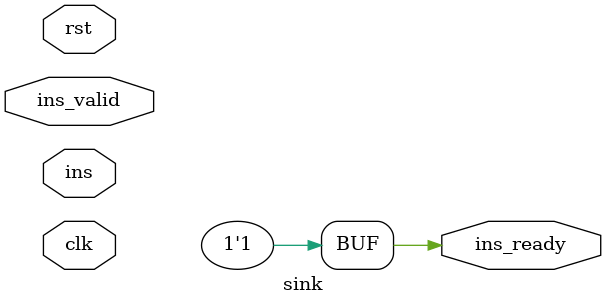
<source format=v>
module sink #(
  parameter BITWIDTH = 32
) (
  input  clk,      
  input  rst,       
  input  [BITWIDTH-1:0] ins, 
  input  ins_valid, 
  output ins_ready 
);
  assign ins_ready = 1'b1;

endmodule

</source>
